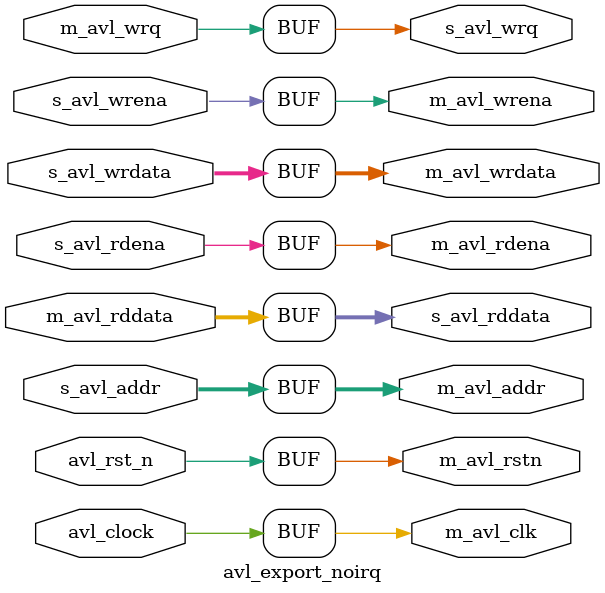
<source format=sv>
/****************************************************************************
 * avl_export.sv
 ****************************************************************************/

module avl_export_noirq#
(
  parameter int pADDR_WIDTH = 8,
  parameter int pDATA_WIDTH = 32
)(
  // -- Associated clock and reset signals
  input logic avl_clock,
  input logic avl_rst_n,

  // -- Slave interface
  input logic [pADDR_WIDTH-1:0] s_avl_addr,
  input logic s_avl_wrena,
  input logic [pDATA_WIDTH-1:0] s_avl_wrdata,
  input logic s_avl_rdena,
  output logic [pDATA_WIDTH-1:0] s_avl_rddata,
  output wire s_avl_wrq,

  // -- Master interface
  output logic m_avl_clk,
  output logic m_avl_rstn,
  output logic [pADDR_WIDTH-1:0] m_avl_addr,
  output logic m_avl_wrena,
  output logic [pDATA_WIDTH-1:0] m_avl_wrdata,
  output logic m_avl_rdena,
  input logic [pDATA_WIDTH-1:0] m_avl_rddata,
  input logic m_avl_wrq
);

assign m_avl_clk = avl_clock;
assign m_avl_rstn = avl_rst_n;
assign m_avl_addr = s_avl_addr;
assign m_avl_wrena = s_avl_wrena;
assign m_avl_wrdata = s_avl_wrdata;
assign m_avl_rdena = s_avl_rdena;
assign s_avl_rddata = m_avl_rddata;
assign s_avl_wrq = m_avl_wrq;

endmodule

</source>
